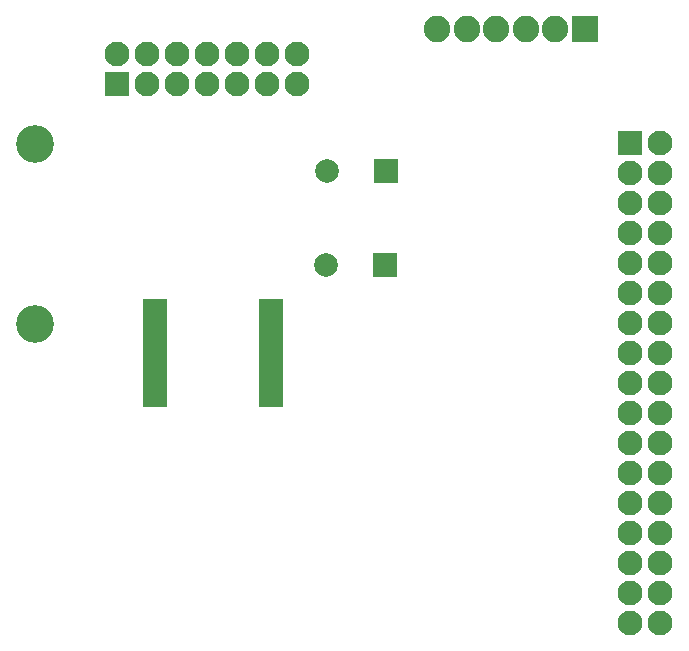
<source format=gbr>
G04 #@! TF.FileFunction,Soldermask,Top*
%FSLAX46Y46*%
G04 Gerber Fmt 4.6, Leading zero omitted, Abs format (unit mm)*
G04 Created by KiCad (PCBNEW 4.0.6) date 12/15/17 09:21:46*
%MOMM*%
%LPD*%
G01*
G04 APERTURE LIST*
%ADD10C,0.100000*%
%ADD11R,2.100000X2.100000*%
%ADD12C,2.100000*%
%ADD13R,2.000000X2.000000*%
%ADD14C,2.000000*%
%ADD15R,2.250000X2.250000*%
%ADD16C,2.250000*%
%ADD17C,3.200000*%
%ADD18O,3.200000X3.200000*%
%ADD19R,2.100000X0.750000*%
G04 APERTURE END LIST*
D10*
D11*
X240405920Y-72014080D03*
D12*
X242945920Y-72014080D03*
X240405920Y-74554080D03*
X242945920Y-74554080D03*
X240405920Y-77094080D03*
X242945920Y-77094080D03*
X240405920Y-79634080D03*
X242945920Y-79634080D03*
X240405920Y-82174080D03*
X242945920Y-82174080D03*
X240405920Y-84714080D03*
X242945920Y-84714080D03*
X240405920Y-87254080D03*
X242945920Y-87254080D03*
X240405920Y-89794080D03*
X242945920Y-89794080D03*
X240405920Y-92334080D03*
X242945920Y-92334080D03*
X240405920Y-94874080D03*
X242945920Y-94874080D03*
X240405920Y-97414080D03*
X242945920Y-97414080D03*
X240405920Y-99954080D03*
X242945920Y-99954080D03*
X240405920Y-102494080D03*
X242945920Y-102494080D03*
X240405920Y-105034080D03*
X242945920Y-105034080D03*
X240405920Y-107574080D03*
X242945920Y-107574080D03*
X240405920Y-110114080D03*
X242945920Y-110114080D03*
X240405920Y-112654080D03*
X242945920Y-112654080D03*
D13*
X219660480Y-82316320D03*
D14*
X214660480Y-82316320D03*
D13*
X219731600Y-74406760D03*
D14*
X214731600Y-74406760D03*
D15*
X236576240Y-62321440D03*
D16*
X234076240Y-62321440D03*
X231576240Y-62321440D03*
X229076240Y-62321440D03*
X226576240Y-62321440D03*
X224076240Y-62321440D03*
D11*
X196997320Y-67010280D03*
D12*
X196997320Y-64470280D03*
X199537320Y-67010280D03*
X199537320Y-64470280D03*
X202077320Y-67010280D03*
X202077320Y-64470280D03*
X204617320Y-67010280D03*
X204617320Y-64470280D03*
X207157320Y-67010280D03*
X207157320Y-64470280D03*
X209697320Y-67010280D03*
X209697320Y-64470280D03*
X212237320Y-67010280D03*
X212237320Y-64470280D03*
D17*
X190052960Y-72049640D03*
D18*
X190052960Y-87289640D03*
D19*
X200152360Y-85538560D03*
X200152360Y-86038560D03*
X200152360Y-86538560D03*
X200152360Y-87038560D03*
X200152360Y-87538560D03*
X200152360Y-88038560D03*
X200152360Y-88538560D03*
X200152360Y-89038560D03*
X200152360Y-89538560D03*
X200152360Y-90038560D03*
X200152360Y-90538560D03*
X200152360Y-91038560D03*
X200152360Y-91538560D03*
X200152360Y-92038560D03*
X200152360Y-92538560D03*
X200152360Y-93038560D03*
X200152360Y-93538560D03*
X200152360Y-94038560D03*
X210017360Y-94038560D03*
X210017360Y-93538560D03*
X210017360Y-93038560D03*
X210017360Y-92538560D03*
X210017360Y-92038560D03*
X210017360Y-91538560D03*
X210017360Y-91038560D03*
X210017360Y-90538560D03*
X210017360Y-90038560D03*
X210017360Y-89538560D03*
X210017360Y-89038560D03*
X210017360Y-88538560D03*
X210017360Y-88038560D03*
X210017360Y-87538560D03*
X210017360Y-87038560D03*
X210017360Y-86538560D03*
X210017360Y-86038560D03*
X210017360Y-85538560D03*
M02*

</source>
